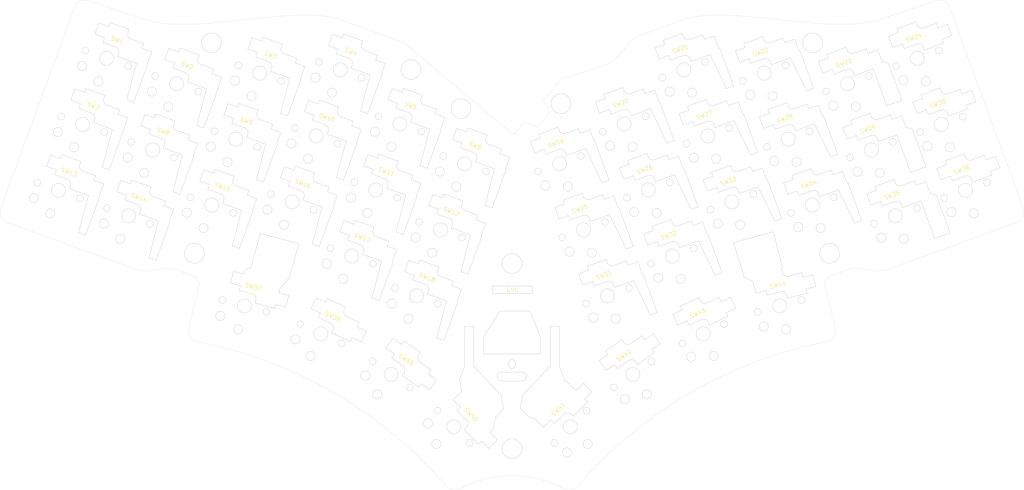
<source format=kicad_pcb>
(kicad_pcb (version 20211014) (generator pcbnew)
  (layers (0 "F.Cu" signal) (31 "B.Cu" signal) (34 "B.Paste" user) (35 "F.Paste" user) (36 "B.SilkS" user "B.Silkscreen") (37 "F.SilkS" user "F.Silkscreen") (38 "B.Mask" user) (39 "F.Mask" user) (44 "Edge.Cuts" user))
  (net 0 "")
  (footprint "custom-electronics:choc-hybrid-bottomfoam-cutout" (layer "F.Cu") (at 208.196711 53.502681 20))
  (footprint "custom-electronics:choc-hybrid-bottomfoam-cutout" (layer "F.Cu") (at 114.337789 81.78973 -20))
  (footprint "custom-electronics:choc-hybrid-bottomfoam-cutout" (layer "F.Cu") (at 99.94934 68.692739 -20))
  (footprint "custom-electronics:choc-hybrid-bottomfoam-cutout" (layer "F.Cu") (at 49.309974 49.938135 -20))
  (footprint "custom-electronics:choc-hybrid-bottomfoam-cutout" (layer "F.Cu") (at 108.523446 97.764505 -20))
  (footprint "custom-electronics:choc-hybrid-bottomfoam-cutout" (layer "F.Cu") (at 129.990983 91.411628 -20))
  (footprint "custom-electronics:choc-hybrid-bottomfoam-cutout" (layer "F.Cu") (at 66.224859 56.094191 -20))
  (footprint "custom-electronics:choc-hybrid-bottomfoam-cutout" (layer "F.Cu") (at 118.083878 126.408743 -35))
  (footprint "custom-electronics:choc-hybrid-bottomfoam-cutout" (layer "F.Cu") (at 135.805326 75.436853 -20))
  (footprint "custom-electronics:choc-hybrid-bottomfoam-cutout" (layer "F.Cu") (at 219.825396 85.45223 20))
  (footprint "custom-electronics:choc-hybrid-bottomfoam-cutout" (layer "F.Cu") (at 54.596174 88.04374 -20))
  (footprint "custom-electronics:choc-hybrid-bottomfoam-cutout" (layer "F.Cu") (at 214.011054 69.477455 20))
  (footprint "custom-electronics:choc-hybrid-bottomfoam-cutout" (layer "F.Cu") (at 228.295363 56.094525 20))
  (footprint "custom-electronics:choc-hybrid-bottomfoam-cutout" (layer "F.Cu") (at 194.570284 68.692298 20))
  (footprint "custom-electronics:choc-hybrid-bottomfoam-cutout" (layer "F.Cu") (at 200.384627 84.667073 20))
  (footprint "custom-electronics:choc-hybrid-bottomfoam-cutout" (layer "F.Cu") (at 133.162632 139.055807 -45))
  (footprint "custom-electronics:choc-hybrid-bottomfoam-cutout" (layer "F.Cu") (at 176.428956 126.409806 35))
  (footprint "custom-electronics:choc-hybrid-bottomfoam-cutout" (layer "F.Cu") (at 120.152131 65.814956 -20))
  (footprint "custom-electronics:choc-hybrid-bottomfoam-cutout" (layer "F.Cu") (at 256.836541 81.881441 20))
  (footprint "custom-electronics:choc-hybrid-bottomfoam-cutout" (layer "F.Cu") (at 174.368093 65.815291 20))
  (footprint "custom-electronics:choc-hybrid-bottomfoam-cutout" (layer "F.Cu") (at 185.996778 97.76484 20))
  (footprint "custom-electronics:choc-hybrid-bottomfoam-cutout" (layer "F.Cu") (at 43.495632 65.912909 -20))
  (footprint "custom-electronics:choc-hybrid-bottomfoam-cutout" (layer "F.Cu") (at 161.356622 139.056308 45))
  (footprint "custom-electronics:choc-hybrid-bottomfoam-cutout" (layer "F.Cu") (at 94.134998 84.667513 -20))
  (footprint "custom-electronics:choc-hybrid-bottomfoam-cutout" (layer "F.Cu") (at 82.596011 109.833503 -15))
  (footprint "custom-electronics:choc-hybrid-bottomfoam-cutout" (layer "F.Cu") (at 164.52924 91.411962 20))
  (footprint "custom-electronics:hybrid-diode-bottomfoam-cutout" (layer "F.Cu") (at 147.35 105.9 180))
  (footprint "custom-electronics:choc-hybrid-bottomfoam-cutout" (layer "F.Cu") (at 74.694827 85.451894 -20))
  (footprint "custom-electronics:choc-hybrid-bottomfoam-cutout" (layer "F.Cu") (at 251.022198 65.906666 20))
  (footprint "custom-electronics:choc-hybrid-bottomfoam-cutout" (layer "F.Cu") (at 158.714898 75.437187 20))
  (footprint "custom-electronics:choc-hybrid-bottomfoam-cutout" (layer "F.Cu") (at 101.057334 116.56549 -25))
  (footprint "custom-electronics:choc-hybrid-bottomfoam-cutout" (layer "F.Cu") (at 37.681289 81.887684 -20))
  (footprint "custom-electronics:choc-hybrid-bottomfoam-cutout" (layer "F.Cu") (at 188.755942 52.717524 20))
  (footprint "custom-electronics:choc-hybrid-bottomfoam-cutout" (layer "F.Cu") (at 193.46157 116.566022 25))
  (footprint "custom-electronics:choc-hybrid-bottomfoam-cutout" (layer "F.Cu") (at 234.109706 72.0693 20))
  (footprint "custom-electronics:choc-hybrid-bottomfoam-cutout" (layer "F.Cu") (at 170.343583 107.386736 20))
  (footprint "custom-electronics:choc-hybrid-bottomfoam-cutout" (layer "F.Cu") (at 245.207856 49.931892 20))
  (footprint "custom-electronics:choc-hybrid-bottomfoam-cutout" (layer "F.Cu") (at 80.509169 69.47712 -20))
  (footprint "custom-electronics:choc-hybrid-bottomfoam-cutout" (layer "F.Cu") (at 239.924048 88.044074 20))
  (footprint "custom-electronics:choc-hybrid-bottomfoam-cutout" (layer "F.Cu") (at 60.410517 72.068965 -20))
  (footprint "custom-electronics:choc-hybrid-bottomfoam-cutout" (layer "F.Cu") (at 86.323512 53.502345 -20))
  (footprint "custom-electronics:choc-hybrid-bottomfoam-cutout" (layer "F.Cu") (at 211.926243 109.833742 15))
  (footprint "custom-electronics:choc-hybrid-bottomfoam-cutout" (layer "F.Cu") (at 180.182435 81.790065 20))
  (footprint "custom-electronics:choc-hybrid-bottomfoam-cutout" (layer "F.Cu") (at 124.176641 107.386402 -20))
  (footprint "custom-electronics:choc-hybrid-bottomfoam-cutout" (layer "F.Cu") (at 105.763682 52.717964 -20))
  (gr_line (start 249.804027 83.081657) (end 253.118759 92.186804) (layer "Edge.Cuts") (width 0.1))
  (gr_line (start 197.084314 47.238636) (end 197.511486 47.625121) (layer "Edge.Cuts") (width 0.1))
  (gr_line (start 81.368119 95.89405) (end 84.650214 86.871551) (layer "Edge.Cuts") (width 0.1))
  (gr_line (start 98.996389 94.817034) (end 100.689134 95.434121) (layer "Edge.Cuts") (width 0.1))
  (gr_line (start 67.005325 82.819793) (end 70.28742 73.797294) (layer "Edge.Cuts") (width 0.1))
  (gr_line (start 218.436692 57.760193) (end 220.130066 57.144834) (layer "Edge.Cuts") (width 0.1))
  (gr_line (start 115.123627 108.547872) (end 118.405722 99.525373) (layer "Edge.Cuts") (width 0.1))
  (gr_line (start 134.078306 108.542704) (end 134.072074 109.152058) (layer "Edge.Cuts") (width 0.1))
  (gr_arc (start 154.955388 60.304293) (mid 154.918428 60.182316) (end 154.965517 60.063881) (layer "Edge.Cuts") (width 0.05))
  (gr_line (start 220.332215 65.79331) (end 224.253954 73.763157) (layer "Edge.Cuts") (width 0.1))
  (gr_line (start 222.954689 105.418757) (end 225.395215 114.999538) (layer "Edge.Cuts") (width 0.05))
  (gr_line (start 156.4874 62.933258) (end 153.53673 66.437781) (layer "Edge.Cuts") (width 0.05))
  (gr_line (start 115.733859 99.00545) (end 113.430882 107.930785) (layer "Edge.Cuts") (width 0.1))
  (gr_line (start 125.052087 75.942817) (end 126.744832 76.559904) (layer "Edge.Cuts") (width 0.1))
  (gr_line (start 170.708206 79.425341) (end 167.422886 70.404014) (layer "Edge.Cuts") (width 0.1))
  (gr_line (start 204.925904 73.294315) (end 206.619278 72.678956) (layer "Edge.Cuts") (width 0.1))
  (gr_line (start 140.746817 85.523734) (end 142.439562 86.140821) (layer "Edge.Cuts") (width 0.1))
  (gr_line (start 202.898656 63.21341) (end 203.333958 63.657629) (layer "Edge.Cuts") (width 0.1))
  (gr_line (start 224.253954 73.763157) (end 225.947328 73.147798) (layer "Edge.Cuts") (width 0.1))
  (gr_line (start 47.582954 83.043986) (end 47.48742 83.697294) (layer "Edge.Cuts") (width 0.1))
  (gr_line (start 65.72 100.9) (end 70.02 102.5) (layer "Edge.Cuts") (width 0.05))
  (gr_line (start 208.712999 79.188185) (end 209.168014 79.698249) (layer "Edge.Cuts") (width 0.1))
  (gr_line (start 241.476058 60.091504) (end 237.795973 61.418343) (layer "Edge.Cuts") (width 0.1))
  (gr_line (start 130.053796 66.971258) (end 130.026927 67.537405) (layer "Edge.Cuts") (width 0.1))
  (gr_line (start 70.312182 73.225267) (end 70.28742 73.797294) (layer "Edge.Cuts") (width 0.1))
  (gr_line (start 84.168308 100.563508) (end 86.444197 92.288335) (layer "Edge.Cuts") (width 0.1))
  (gr_line (start 269.240134 89.63841) (end 238.920563 100.72459) (layer "Edge.Cuts") (width 0.05))
  (gr_arc (start 149.76 125.845935) (mid 150.837033 126.922968) (end 149.76 128.000001) (layer "Edge.Cuts") (width 0.1))
  (gr_line (start 226.146557 81.768085) (end 230.086274 89.793929) (layer "Edge.Cuts") (width 0.1))
  (gr_line (start 199.103432 57.261807) (end 200.796806 56.646448) (layer "Edge.Cuts") (width 0.1))
  (gr_line (start 53.397297 67.069211) (end 53.200105 67.884609) (layer "Edge.Cuts") (width 0.1))
  (gr_line (start 169.014832 80.0407) (end 170.708206 79.425341) (layer "Edge.Cuts") (width 0.1))
  (gr_line (start 141.519148 63.29585) (end 147.428515 68.27228) (layer "Edge.Cuts") (width 0.05))
  (gr_line (start 224.5 102.5) (end 228.8 100.9) (layer "Edge.Cuts") (width 0.05))
  (gr_line (start 44.205325 92.719793) (end 47.48742 83.697294) (layer "Edge.Cuts") (width 0.1))
  (gr_line (start 23.712774 86.272462) (end 41.52776 37.580321) (layer "Edge.Cuts") (width 0.05))
  (gr_line (start 134.917969 101.534809) (end 136.610714 102.151896) (layer "Edge.Cuts") (width 0.1))
  (gr_line (start 76.126524 57.250493) (end 76.053634 57.766601) (layer "Edge.Cuts") (width 0.1))
  (gr_circle (center 224 97.1) (end 226.4 97.1) (layer "Edge.Cuts") (width 0.1) (fill none))
  (gr_line (start 87.200439 79.863278) (end 90.482534 70.840779) (layer "Edge.Cuts") (width 0.1))
  (gr_arc (start 71.22 118.5) (mid 104.220343 130.869323) (end 131.320001 153.399999) (layer "Edge.Cuts") (width 0.05))
  (gr_circle (center 74.62 46.2) (end 77.02 46.2) (layer "Edge.Cuts") (width 0.1) (fill none))
  (gr_arc (start 144.76 128.000001) (mid 143.682967 126.922968) (end 144.76 125.845935) (layer "Edge.Cuts") (width 0.1))
  (gr_arc (start 134.62 154.1) (mid 132.857121 154.282143) (end 131.320001 153.399999) (layer "Edge.Cuts") (width 0.05))
  (gr_line (start 176.537052 95.436416) (end 173.251732 86.415089) (layer "Edge.Cuts") (width 0.1))
  (gr_curve (pts (xy 224.5 102.5) (xy 223.4 102.9) (xy 222.6 103.8) (xy 222.954689 105.418757)) (layer "Edge.Cuts") (width 0.05))
  (gr_line (start 144.76 128.000001) (end 149.76 128.000001) (layer "Edge.Cuts") (width 0.1))
  (gr_line (start 188.510807 76.311177) (end 188.925029 76.827797) (layer "Edge.Cuts") (width 0.1))
  (gr_line (start 140.36 117.4) (end 144.3 111.1) (layer "Edge.Cuts") (width 0.1))
  (gr_line (start 210.75996 89.334935) (end 212.453334 88.719576) (layer "Edge.Cuts") (width 0.1))
  (gr_line (start 127.362544 67.055901) (end 125.052087 75.942817) (layer "Edge.Cuts") (width 0.1))
  (gr_line (start 69.124785 114.999538) (end 71.565311 105.418757) (layer "Edge.Cuts") (width 0.05))
  (gr_line (start 112.974095 53.958909) (end 110.658216 62.744841) (layer "Edge.Cuts") (width 0.1))
  (gr_circle (center 134.9 62.1) (end 137.3 62.1) (layer "Edge.Cuts") (width 0.1) (fill none))
  (gr_line (start 149.928671 131.319548) (end 156.5 124.4) (layer "Edge.Cuts") (width 0.1))
  (gr_curve (pts (xy 121.601567 46.508365) (xy 121.241669 46.20495) (xy 121.241669 46.20495) (xy 120.88292 46.072499)) (layer "Edge.Cuts") (width 0.05))
  (gr_line (start 154.16 117.4) (end 154.16 121.4) (layer "Edge.Cuts") (width 0.1))
  (gr_line (start 236.623735 50.615637) (end 238.191342 51.068972) (layer "Edge.Cuts") (width 0.1))
  (gr_curve (pts (xy 188.6 40.6) (xy 200.02 36.7) (xy 223.42 44.5) (xy 235.92 40.6)) (layer "Edge.Cuts") (width 0.05))
  (gr_arc (start 146.46 123.6) (mid 147.26 122.8) (end 148.06 123.6) (layer "Edge.Cuts") (width 0.1))
  (gr_line (start 91.324957 63.243227) (end 93.017702 63.860314) (layer "Edge.Cuts") (width 0.1))
  (gr_arc (start 249.626292 36.013229) (mid 251.633805 36.0997) (end 252.99224 37.580321) (layer "Edge.Cuts") (width 0.05))
  (gr_line (start 130.789979 118.174557) (end 134.072074 109.152058) (layer "Edge.Cuts") (width 0.1))
  (gr_line (start 231.779648 89.17857) (end 228.494328 80.157243) (layer "Edge.Cuts") (width 0.1))
  (gr_arc (start 163.199999 153.399999) (mid 190.299656 130.869323) (end 223.3 118.5) (layer "Edge.Cuts") (width 0.05))
  (gr_line (start 172.857612 85.933074) (end 173.251732 86.415089) (layer "Edge.Cuts") (width 0.1))
  (gr_line (start 150.17284 65.415163) (end 147.82757 68.223457) (layer "Edge.Cuts") (width 0.05))
  (gr_line (start 176.664744 103.702591) (end 180.668504 112.078622) (layer "Edge.Cuts") (width 0.1))
  (gr_line (start 220.130066 57.144834) (end 216.844746 48.123507) (layer "Edge.Cuts") (width 0.1))
  (gr_arc (start 71.22 118.5) (mid 69.429333 117.19453) (end 69.124785 114.999538) (layer "Edge.Cuts") (width 0.05))
  (gr_line (start 96.225177 54.658647) (end 96.299797 54.837815) (layer "Edge.Cuts") (width 0.1))
  (gr_line (start 216.525083 48.023793) (end 216.844746 48.123507) (layer "Edge.Cuts") (width 0.1))
  (gr_line (start 212.453334 88.719576) (end 209.168014 79.698249) (layer "Edge.Cuts") (width 0.1))
  (gr_line (start 206.619278 72.678956) (end 203.333958 63.657629) (layer "Edge.Cuts") (width 0.1))
  (gr_line (start 100.689134 95.434121) (end 103.971229 86.411622) (layer "Edge.Cuts") (width 0.1))
  (gr_line (start 149.928671 131.319548) (end 149.215596 134.604505) (layer "Edge.Cuts") (width 0.1))
  (gr_line (start 54.14081 59.956332) (end 55.833555 60.573419) (layer "Edge.Cuts") (width 0.1))
  (gr_line (start 64.497839 89.200042) (end 64.48742 89.797294) (layer "Edge.Cuts") (width 0.1))
  (gr_line (start 109.851005 69.849041) (end 109.810584 70.371937) (layer "Edge.Cuts") (width 0.1))
  (gr_line (start 154.16 117.4) (end 151.6 111.1) (layer "Edge.Cuts") (width 0.1))
  (gr_line (start 48.225265 76.290021) (end 49.91801 76.907108) (layer "Edge.Cuts") (width 0.1))
  (gr_line (start 156.500159 62.648568) (end 154.955388 60.304293) (layer "Edge.Cuts") (width 0.05))
  (gr_line (start 143.29519 136.644023) (end 142.779284 139.621492) (layer "Edge.Cuts") (width 0.1))
  (gr_line (start 200.796806 56.646448) (end 197.511486 47.625121) (layer "Edge.Cuts") (width 0.1))
  (gr_line (start 84.596492 86.608196) (end 84.650214 86.871551) (layer "Edge.Cuts") (width 0.1))
  (gr_line (start 81.90524 86.692839) (end 79.675374 95.276963) (layer "Edge.Cuts") (width 0.1))
  (gr_line (start 93.017702 63.860314) (end 96.299797 54.837815) (layer "Edge.Cuts") (width 0.1))
  (gr_line (start 248.25242 82.565186) (end 249.804027 83.081657) (layer "Edge.Cuts") (width 0.1))
  (gr_line (start 73.435272 57.335136) (end 71.078794 66.172013) (layer "Edge.Cuts") (width 0.1))
  (gr_line (start 137.201396 92.652573) (end 134.917969 101.534809) (layer "Edge.Cuts") (width 0.1))
  (gr_line (start 55.833555 60.573419) (end 59.11565 51.55092) (layer "Edge.Cuts") (width 0.1))
  (gr_line (start 71.078794 66.172013) (end 72.771539 66.7891) (layer "Edge.Cuts") (width 0.1))
  (gr_line (start 95.733533 94.778496) (end 93.451211 103.049318) (layer "Edge.Cuts") (width 0.1))
  (gr_line (start 85.507694 79.246191) (end 87.200439 79.863278) (layer "Edge.Cuts") (width 0.1))
  (gr_line (start 182.696465 60.336403) (end 183.117615 60.823097) (layer "Edge.Cuts") (width 0.1))
  (gr_line (start 44.891702 83.128629) (end 42.51258 92.102706) (layer "Edge.Cuts") (width 0.1))
  (gr_line (start 135.8 124.4) (end 134.614548 127.793585) (layer "Edge.Cuts") (width 0.1))
  (gr_line (start 86.444197 92.288335) (end 95.733533 94.778496) (layer "Edge.Cuts") (width 0.1))
  (gr_line (start 134.614548 127.793585) (end 135.07182 130.499815) (layer "Edge.Cuts") (width 0.1))
  (gr_line (start 200.8 94.5) (end 210.4 91.9) (layer "Edge.Cuts") (width 0.1))
  (gr_line (start 120.88292 46.072499) (end 105.92 40.6) (layer "Edge.Cuts") (width 0.05))
  (gr_line (start 158.7 124.4) (end 159.9 127.7) (layer "Edge.Cuts") (width 0.1))
  (gr_line (start 104.835744 78.777349) (end 106.528489 79.394436) (layer "Edge.Cuts") (width 0.1))
  (gr_line (start 228.153768 79.973342) (end 228.494328 80.157243) (layer "Edge.Cuts") (width 0.1))
  (gr_line (start 156.5 124.4) (end 156.5 114.8) (layer "Edge.Cuts") (width 0.1))
  (gr_line (start 149.215596 134.604505) (end 151.195495 136.584404) (layer "Edge.Cuts") (width 0.1))
  (gr_line (start 178.671955 101.907848) (end 179.076558 102.441936) (layer "Edge.Cuts") (width 0.1))
  (gr_line (start 135.8 114.8) (end 138 114.8) (layer "Edge.Cuts") (width 0.1))
  (gr_line (start 107.159753 69.933684) (end 104.835744 78.777349) (layer "Edge.Cuts") (width 0.1))
  (gr_line (start 113.430882 107.930785) (end 115.123627 108.547872) (layer "Edge.Cuts") (width 0.1))
  (gr_line (start 59.51258 98.202706) (end 61.205325 98.819793) (layer "Edge.Cuts") (width 0.1))
  (gr_line (start 156.5 114.8) (end 158.7 114.8) (layer "Edge.Cuts") (width 0.1))
  (gr_curve (pts (xy 178.4 44.3) (xy 173.8 46.4) (xy 174 50.2) (xy 169.6 51.6)) (layer "Edge.Cuts") (width 0.05))
  (gr_line (start 121.601567 46.508365) (end 129.419148 53.09585) (layer "Edge.Cuts") (width 0.05))
  (gr_line (start 243.583288 77.505658) (end 240.242928 68.453559) (layer "Edge.Cuts") (width 0.1))
  (gr_line (start 222.339426 63.998567) (end 222.662008 64.126471) (layer "Edge.Cuts") (width 0.1))
  (gr_circle (center 147.26 144.4) (end 149.66 144.4) (layer "Edge.Cuts") (width 0.1) (fill none))
  (gr_line (start 169.6 51.6) (end 160.939361 54.454847) (layer "Edge.Cuts") (width 0.05))
  (gr_line (start 67.62093 73.30991) (end 65.31258 82.202706) (layer "Edge.Cuts") (width 0.1))
  (gr_arc (start 25.279866 89.63841) (mid 23.799244 88.279975) (end 23.712774 86.272462) (layer "Edge.Cuts") (width 0.05))
  (gr_line (start 184.709561 70.459783) (end 186.402935 69.844424) (layer "Edge.Cuts") (width 0.1))
  (gr_curve (pts (xy 159.911838 54.464869) (xy 160.407559 54.648971) (xy 160.939361 54.454847) (xy 160.939361 54.454847)) (layer "Edge.Cuts") (width 0.05))
  (gr_circle (center 219.9 46.2) (end 222.3 46.2) (layer "Edge.Cuts") (width 0.1) (fill none))
  (gr_line (start 49.91801 76.907108) (end 53.200105 67.884609) (layer "Edge.Cuts") (width 0.1))
  (gr_line (start 159.58488 54.533318) (end 154.965517 60.063881) (layer "Edge.Cuts") (width 0.05))
  (gr_line (start 186.402935 69.844424) (end 183.117615 60.823097) (layer "Edge.Cuts") (width 0.1))
  (gr_arc (start 225.395215 114.999538) (mid 225.090667 117.19453) (end 223.3 118.5) (layer "Edge.Cuts") (width 0.05))
  (gr_line (start 146.46 123.6) (end 146.46 124.2) (layer "Edge.Cuts") (width 0.1))
  (gr_line (start 106.528489 79.394436) (end 109.810584 70.371937) (layer "Edge.Cuts") (width 0.1))
  (gr_line (start 87.719582 70.718065) (end 85.507694 79.246191) (layer "Edge.Cuts") (width 0.1))
  (gr_line (start 249.395973 93.518343) (end 246.05727 84.428333) (layer "Edge.Cuts") (width 0.1))
  (gr_line (start 44.893708 36.013229) (end 58.6 40.6) (layer "Edge.Cuts") (width 0.05))
  (gr_arc (start 150.17284 65.415163) (mid 150.289039 65.33767) (end 150.428372 65.347361) (layer "Edge.Cuts") (width 0.05))
  (gr_line (start 140.36 117.4) (end 140.36 121.4) (layer "Edge.Cuts") (width 0.1))
  (gr_line (start 235.92 40.6) (end 249.626292 36.013229) (layer "Edge.Cuts") (width 0.05))
  (gr_line (start 192.210349 85.849124) (end 188.925029 76.827797) (layer "Edge.Cuts") (width 0.1))
  (gr_line (start 112.350961 63.361928) (end 115.633056 54.339429) (layer "Edge.Cuts") (width 0.1))
  (gr_line (start 214.517872 49.818536) (end 218.436692 57.760193) (layer "Edge.Cuts") (width 0.1))
  (gr_line (start 158.7 114.8) (end 158.7 124.4) (layer "Edge.Cuts") (width 0.1))
  (gr_line (start 225.947328 73.147798) (end 222.662008 64.126471) (layer "Edge.Cuts") (width 0.1))
  (gr_line (start 252.99224 37.580321) (end 270.807226 86.272462) (layer "Edge.Cuts") (width 0.05))
  (gr_arc (start 41.52776 37.580321) (mid 42.886195 36.099699) (end 44.893708 36.013229) (layer "Edge.Cuts") (width 0.05))
  (gr_circle (center 70.52 97.1) (end 72.92 97.1) (layer "Edge.Cuts") (width 0.1) (fill none))
  (gr_line (start 59.211639 51.094437) (end 59.11565 51.55092) (layer "Edge.Cuts") (width 0.1))
  (gr_line (start 192.317939 94.080695) (end 196.330765 102.447751) (layer "Edge.Cuts") (width 0.1))
  (gr_line (start 79.675374 95.276963) (end 81.368119 95.89405) (layer "Edge.Cuts") (width 0.1))
  (gr_line (start 140.36 121.4) (end 154.16 121.4) (layer "Edge.Cuts") (width 0.1))
  (gr_line (start 144.76 125.845935) (end 149.76 125.845935) (layer "Edge.Cuts") (width 0.1))
  (gr_arc (start 159.58488 54.533318) (mid 159.736914 54.444425) (end 159.911838 54.464869) (layer "Edge.Cuts") (width 0.05))
  (gr_line (start 119.244672 91.947517) (end 120.937417 92.564604) (layer "Edge.Cuts") (width 0.1))
  (gr_line (start 129.097234 117.55747) (end 130.789979 118.174557) (layer "Edge.Cuts") (width 0.1))
  (gr_line (start 165.036059 71.753042) (end 169.014832 80.0407) (layer "Edge.Cuts") (width 0.1))
  (gr_curve (pts (xy 65.72 100.9) (xy 62.22 99.7) (xy 61.12 102.7) (xy 55.599437 100.72459)) (layer "Edge.Cuts") (width 0.05))
  (gr_line (start 159.9 127.7) (end 161.922307 129.439656) (layer "Edge.Cuts") (width 0.1))
  (gr_line (start 135.8 124.4) (end 135.8 114.8) (layer "Edge.Cuts") (width 0.1))
  (gr_line (start 61.205325 98.819793) (end 64.48742 89.797294) (layer "Edge.Cuts") (width 0.1))
  (gr_line (start 145.275089 134.664124) (end 143.29519 136.644023) (layer "Edge.Cuts") (width 0.1))
  (gr_circle (center 122.85 52.65) (end 125.25 52.65) (layer "Edge.Cuts") (width 0.1) (fill none))
  (gr_line (start 126.744832 76.559904) (end 130.026927 67.537405) (layer "Edge.Cuts") (width 0.1))
  (gr_line (start 186.503596 78.10592) (end 190.516975 86.464483) (layer "Edge.Cuts") (width 0.1))
  (gr_line (start 115.665347 53.874266) (end 115.633056 54.339429) (layer "Edge.Cuts") (width 0.1))
  (gr_line (start 124.239454 82.946032) (end 124.219512 83.542105) (layer "Edge.Cuts") (width 0.1))
  (gr_line (start 247.294786 76.175237) (end 243.583288 77.505658) (layer "Edge.Cuts") (width 0.1))
  (gr_line (start 151.6 111.1) (end 144.8 111.1) (layer "Edge.Cuts") (width 0.1))
  (gr_line (start 136.610714 102.151896) (end 139.892809 93.129397) (layer "Edge.Cuts") (width 0.1))
  (gr_line (start 182.361878 111.463263) (end 179.076558 102.441936) (layer "Edge.Cuts") (width 0.1))
  (gr_line (start 90.410834 70.633422) (end 90.482534 70.840779) (layer "Edge.Cuts") (width 0.1))
  (gr_line (start 84.168308 100.563508) (end 82.645054 101.150324) (layer "Edge.Cuts") (width 0.1))
  (gr_line (start 101.345411 85.908458) (end 98.996389 94.817034) (layer "Edge.Cuts") (width 0.1))
  (gr_line (start 144.57193 131.416295) (end 138 124.4) (layer "Edge.Cuts") (width 0.1))
  (gr_line (start 118.425111 98.920807) (end 118.405722 99.525373) (layer "Edge.Cuts") (width 0.1))
  (gr_line (start 212.569381 100.327002) (end 212.360163 101.021154) (layer "Edge.Cuts") (width 0.1))
  (gr_line (start 93.451211 103.049318) (end 91.207119 105.515075) (layer "Edge.Cuts") (width 0.1))
  (gr_line (start 138 114.8) (end 138 124.4) (layer "Edge.Cuts") (width 0.1))
  (gr_curve (pts (xy 70.02 102.5) (xy 71.12 102.9) (xy 71.92 103.8) (xy 71.565311 105.418757)) (layer "Edge.Cuts") (width 0.05))
  (gr_line (start 139.892648 92.56793) (end 139.892809 93.129397) (layer "Edge.Cuts") (width 0.1))
  (gr_line (start 200.891445 65.008153) (end 204.925904 73.294315) (layer "Edge.Cuts") (width 0.1))
  (gr_line (start 143.015739 76.677798) (end 140.746817 85.523734) (layer "Edge.Cuts") (width 0.1))
  (gr_circle (center 147.26 99.58) (end 149.66 99.58) (layer "Edge.Cuts") (width 0.1) (fill none))
  (gr_line (start 253.118759 92.186804) (end 249.395973 93.518343) (layer "Edge.Cuts") (width 0.1))
  (gr_line (start 243.997277 67.118357) (end 242.438078 66.590412) (layer "Edge.Cuts") (width 0.1))
  (gr_line (start 194.32515 92.285952) (end 194.738819 92.811065) (layer "Edge.Cuts") (width 0.1))
  (gr_arc (start 134.62 154.1) (mid 147.26 150.871902) (end 159.9 154.1) (layer "Edge.Cuts") (width 0.05))
  (gr_line (start 170.850401 87.727817) (end 174.843678 96.051775) (layer "Edge.Cuts") (width 0.1))
  (gr_line (start 190.516975 86.464483) (end 192.210349 85.849124) (layer "Edge.Cuts") (width 0.1))
  (gr_circle (center 159.1 60.9) (end 161.5 60.9) (layer "Edge.Cuts") (width 0.1) (fill none))
  (gr_line (start 203.3 102.8) (end 205.471131 103.90234) (layer "Edge.Cuts") (width 0.1))
  (gr_line (start 72.771539 66.7891) (end 76.053634 57.766601) (layer "Edge.Cuts") (width 0.1))
  (gr_line (start 167.04327 69.958299) (end 167.422886 70.404014) (layer "Edge.Cuts") (width 0.1))
  (gr_line (start 144.8 111.1) (end 144.3 111.1) (layer "Edge.Cuts") (width 0.1))
  (gr_line (start 180.689254 62.131146) (end 184.709561 70.459783) (layer "Edge.Cuts") (width 0.1))
  (gr_line (start 238.191342 51.068972) (end 241.476058 60.091504) (layer "Edge.Cuts") (width 0.1))
  (gr_arc (start 147.82757 68.223457) (mid 147.63816 68.330566) (end 147.428515 68.27228) (layer "Edge.Cuts") (width 0.05))
  (gr_line (start 145.275089 134.664124) (end 144.57193 131.416295) (layer "Edge.Cuts") (width 0.1))
  (gr_line (start 93.533925 54.74329) (end 91.324957 63.243227) (layer "Edge.Cuts") (width 0.1))
  (gr_line (start 56.520387 51.17908) (end 54.14081 59.956332) (layer "Edge.Cuts") (width 0.1))
  (gr_line (start 206.705788 80.982928) (end 210.75996 89.334935) (layer "Edge.Cuts") (width 0.1))
  (gr_arc (start 270.807226 86.272462) (mid 270.720755 88.279975) (end 269.240134 89.63841) (layer "Edge.Cuts") (width 0.05))
  (gr_line (start 200.8 94.5) (end 203.3 102.8) (layer "Edge.Cuts") (width 0.1))
  (gr_line (start 151.195495 136.584404) (end 152.80063 137.14712) (layer "Edge.Cuts") (width 0.1))
  (gr_line (start 174.843678 96.051775) (end 176.537052 95.436416) (layer "Edge.Cuts") (width 0.1))
  (gr_line (start 104.036663 85.823815) (end 103.971229 86.411622) (layer "Edge.Cuts") (width 0.1))
  (gr_line (start 230.086274 89.793929) (end 231.779648 89.17857) (layer "Edge.Cuts") (width 0.1))
  (gr_line (start 148.06 123.6) (end 148.06 124.2) (layer "Edge.Cuts") (width 0.1))
  (gr_line (start 145.706991 76.593155) (end 145.721657 77.118322) (layer "Edge.Cuts") (width 0.1))
  (gr_line (start 237.795973 61.418343) (end 234.522554 52.444582) (layer "Edge.Cuts") (width 0.1))
  (gr_line (start 243.997277 67.118357) (end 247.294786 76.175237) (layer "Edge.Cuts") (width 0.1))
  (gr_curve (pts (xy 228.8 100.9) (xy 232.3 99.7) (xy 233.4 102.7) (xy 238.920563 100.72459)) (layer "Edge.Cuts") (width 0.05))
  (gr_line (start 55.599437 100.72459) (end 25.279866 89.63841) (layer "Edge.Cuts") (width 0.05))
  (gr_line (start 180.668504 112.078622) (end 182.361878 111.463263) (layer "Edge.Cuts") (width 0.1))
  (gr_line (start 196.330765 102.447751) (end 198.024139 101.832392) (layer "Edge.Cuts") (width 0.1))
  (gr_line (start 65.31258 82.202706) (end 67.005325 82.819793) (layer "Edge.Cuts") (width 0.1))
  (gr_line (start 61.806587 89.284685) (end 59.51258 98.202706) (layer "Edge.Cuts") (width 0.1))
  (gr_arc (start 153.53673 66.437781) (mid 153.386014 66.535484) (end 153.207226 66.518287) (layer "Edge.Cuts") (width 0.05))
  (gr_arc (start 163.199999 153.399999) (mid 161.662879 154.282143) (end 159.9 154.1) (layer "Edge.Cuts") (width 0.05))
  (gr_line (start 120.937417 92.564604) (end 124.219512 83.542105) (layer "Edge.Cuts") (width 0.1))
  (gr_line (start 121.548202 83.030675) (end 119.244672 91.947517) (layer "Edge.Cuts") (width 0.1))
  (gr_line (start 131.387054 108.627347) (end 129.097234 117.55747) (layer "Edge.Cuts") (width 0.1))
  (gr_line (start 142.439562 86.140821) (end 145.721657 77.118322) (layer "Edge.Cuts") (width 0.1))
  (gr_line (start 42.51258 92.102706) (end 44.205325 92.719793) (layer "Edge.Cuts") (width 0.1))
  (gr_line (start 129.419148 53.09585) (end 141.519148 63.29585) (layer "Edge.Cuts") (width 0.05))
  (gr_line (start 198.024139 101.832392) (end 194.738819 92.811065) (layer "Edge.Cuts") (width 0.1))
  (gr_line (start 195.077103 49.033379) (end 199.103432 57.261807) (layer "Edge.Cuts") (width 0.1))
  (gr_arc (start 156.500159 62.648568) (mid 156.540672 62.793015) (end 156.4874 62.933258) (layer "Edge.Cuts") (width 0.05))
  (gr_line (start 110.658216 62.744841) (end 112.350961 63.361928) (layer "Edge.Cuts") (width 0.1))
  (gr_arc (start 148.06 124.2) (mid 147.26 125) (end 146.46 124.2) (layer "Edge.Cuts") (width 0.1))
  (gr_curve (pts (xy 105.92 40.6) (xy 94.5 36.7) (xy 71.1 44.5) (xy 58.6 40.6)) (layer "Edge.Cuts") (width 0.05))
  (gr_line (start 50.706045 67.153854) (end 48.225265 76.290021) (layer "Edge.Cuts") (width 0.1))
  (gr_line (start 153.207226 66.518287) (end 150.428372 65.347361) (layer "Edge.Cuts") (width 0.05))
  (gr_line (start 188.6 40.6) (end 178.4 44.3) (layer "Edge.Cuts") (width 0.05))
  (gr_line (start 210.4 91.9) (end 212.569381 100.327002) (layer "Edge.Cuts") (width 0.1))
)
</source>
